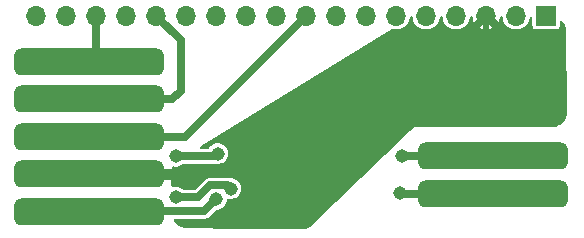
<source format=gbr>
%TF.GenerationSoftware,KiCad,Pcbnew,8.0.4-8.0.4-0~ubuntu22.04.1*%
%TF.CreationDate,2024-08-11T09:24:58-07:00*%
%TF.ProjectId,NX-ButtonInterface,4e582d42-7574-4746-9f6e-496e74657266,rev?*%
%TF.SameCoordinates,Original*%
%TF.FileFunction,Copper,L2,Bot*%
%TF.FilePolarity,Positive*%
%FSLAX46Y46*%
G04 Gerber Fmt 4.6, Leading zero omitted, Abs format (unit mm)*
G04 Created by KiCad (PCBNEW 8.0.4-8.0.4-0~ubuntu22.04.1) date 2024-08-11 09:24:58*
%MOMM*%
%LPD*%
G01*
G04 APERTURE LIST*
G04 Aperture macros list*
%AMRoundRect*
0 Rectangle with rounded corners*
0 $1 Rounding radius*
0 $2 $3 $4 $5 $6 $7 $8 $9 X,Y pos of 4 corners*
0 Add a 4 corners polygon primitive as box body*
4,1,4,$2,$3,$4,$5,$6,$7,$8,$9,$2,$3,0*
0 Add four circle primitives for the rounded corners*
1,1,$1+$1,$2,$3*
1,1,$1+$1,$4,$5*
1,1,$1+$1,$6,$7*
1,1,$1+$1,$8,$9*
0 Add four rect primitives between the rounded corners*
20,1,$1+$1,$2,$3,$4,$5,0*
20,1,$1+$1,$4,$5,$6,$7,0*
20,1,$1+$1,$6,$7,$8,$9,0*
20,1,$1+$1,$8,$9,$2,$3,0*%
G04 Aperture macros list end*
%TA.AperFunction,ComponentPad*%
%ADD10R,1.700000X1.700000*%
%TD*%
%TA.AperFunction,ComponentPad*%
%ADD11O,1.700000X1.700000*%
%TD*%
%TA.AperFunction,SMDPad,CuDef*%
%ADD12RoundRect,0.571500X5.778500X0.571500X-5.778500X0.571500X-5.778500X-0.571500X5.778500X-0.571500X0*%
%TD*%
%TA.AperFunction,SMDPad,CuDef*%
%ADD13RoundRect,0.571500X-5.778500X-0.571500X5.778500X-0.571500X5.778500X0.571500X-5.778500X0.571500X0*%
%TD*%
%TA.AperFunction,ViaPad*%
%ADD14C,1.143000*%
%TD*%
%TA.AperFunction,Conductor*%
%ADD15C,0.635000*%
%TD*%
%TA.AperFunction,Conductor*%
%ADD16C,0.889000*%
%TD*%
G04 APERTURE END LIST*
D10*
%TO.P,J1,1,Pin_1*%
%TO.N,/CAN_TX*%
X129921000Y-92964000D03*
D11*
%TO.P,J1,2,Pin_2*%
%TO.N,/CAN_RX*%
X127381000Y-92964000D03*
%TO.P,J1,3,Pin_3*%
%TO.N,/GND*%
X124841000Y-92964000D03*
%TO.P,J1,4,Pin_4*%
%TO.N,/3V3*%
X122301000Y-92964000D03*
%TO.P,J1,5,Pin_5*%
%TO.N,unconnected-(J1-Pin_5-Pad5)*%
X119761000Y-92964000D03*
%TO.P,J1,6,Pin_6*%
%TO.N,unconnected-(J1-Pin_6-Pad6)*%
X117221000Y-92964000D03*
%TO.P,J1,7,Pin_7*%
%TO.N,/NX_PC_LED-*%
X114681000Y-92964000D03*
%TO.P,J1,8,Pin_8*%
%TO.N,/NX_PC_LED+*%
X112141000Y-92964000D03*
%TO.P,J1,9,Pin_9*%
%TO.N,/UART2_RXD*%
X109601000Y-92964000D03*
%TO.P,J1,10,Pin_10*%
%TO.N,/UART2_TXD*%
X107061000Y-92964000D03*
%TO.P,J1,11,Pin_11*%
%TO.N,unconnected-(J1-Pin_11-Pad11)*%
X104521000Y-92964000D03*
%TO.P,J1,12,Pin_12*%
%TO.N,unconnected-(J1-Pin_12-Pad12)*%
X101981000Y-92964000D03*
%TO.P,J1,13,Pin_13*%
%TO.N,/SYS_RST_RCV_RTN*%
X99441000Y-92964000D03*
%TO.P,J1,14,Pin_14*%
%TO.N,/~{SYS_RESET}*%
X96901000Y-92964000D03*
%TO.P,J1,15,Pin_15*%
%TO.N,/SYS_RST_RCV_RTN*%
X94361000Y-92964000D03*
%TO.P,J1,16,Pin_16*%
%TO.N,/~{REC}*%
X91821000Y-92964000D03*
%TO.P,J1,17,Pin_17*%
%TO.N,unconnected-(J1-Pin_17-Pad17)*%
X89281000Y-92964000D03*
%TO.P,J1,18,Pin_18*%
%TO.N,unconnected-(J1-Pin_18-Pad18)*%
X86741000Y-92964000D03*
%TD*%
D12*
%TO.P,J4,1,Pin_1*%
%TO.N,/NX_PC_LED-*%
X125463100Y-104863900D03*
%TO.P,J4,2,Pin_2*%
%TO.N,/NX_PC_LED+*%
X125463100Y-108038900D03*
%TD*%
D13*
%TO.P,J2,1,Pin_1*%
%TO.N,/CAN_TX*%
X91211400Y-109575600D03*
%TO.P,J2,3,Pin_3*%
%TO.N,/GND*%
X91211400Y-106400600D03*
%TO.P,J2,5,Pin_5*%
%TO.N,/UART2_RXD*%
X91211400Y-103225600D03*
%TO.P,J2,7,Pin_7*%
%TO.N,/~{SYS_RESET}*%
X91211400Y-100050600D03*
%TO.P,J2,9,Pin_9*%
%TO.N,/~{REC}*%
X91211400Y-96875600D03*
%TD*%
D14*
%TO.N,/CAN_TX*%
X102006400Y-108508800D03*
%TO.N,/CAN_RX*%
X98552000Y-108331000D03*
X103211044Y-107607100D03*
%TO.N,/3V3*%
X102108000Y-104648000D03*
X98552000Y-104876600D03*
%TO.N,/NX_PC_LED-*%
X117678200Y-104876600D03*
%TO.N,/NX_PC_LED+*%
X117576600Y-108026202D03*
%TD*%
D15*
%TO.N,/CAN_TX*%
X100990400Y-109524800D02*
X102006400Y-108508800D01*
X91211400Y-109575600D02*
X91262200Y-109524800D01*
X91262200Y-109524800D02*
X100990400Y-109524800D01*
%TO.N,/CAN_RX*%
X102918944Y-107315000D02*
X101498400Y-107315000D01*
X103211044Y-107607100D02*
X102918944Y-107315000D01*
X101498400Y-107315000D02*
X100482400Y-108331000D01*
X100482400Y-108331000D02*
X98552000Y-108331000D01*
%TO.N,/GND*%
X99212400Y-106400600D02*
X99237800Y-106375200D01*
X124841000Y-92964000D02*
X123444000Y-94361000D01*
X124841000Y-92964000D02*
X125984000Y-94107000D01*
D16*
X91211400Y-106400600D02*
X99212400Y-106400600D01*
D15*
%TO.N,/3V3*%
X98552000Y-104876600D02*
X101879400Y-104876600D01*
X101879400Y-104876600D02*
X102108000Y-104648000D01*
%TO.N,/NX_PC_LED-*%
X118275104Y-104863900D02*
X117690900Y-104863900D01*
X117690900Y-104863900D02*
X117678200Y-104876600D01*
X125488500Y-104863900D02*
X118275104Y-104863900D01*
%TO.N,/NX_PC_LED+*%
X125488500Y-108038900D02*
X117589298Y-108038900D01*
X117589298Y-108038900D02*
X117576600Y-108026202D01*
%TO.N,/UART2_RXD*%
X91211400Y-103225600D02*
X99339400Y-103225600D01*
X99339400Y-103225600D02*
X109601000Y-92964000D01*
%TO.N,/~{SYS_RESET}*%
X98272600Y-100050600D02*
X91211400Y-100050600D01*
X99009200Y-95072200D02*
X99009200Y-99314000D01*
X96901000Y-92964000D02*
X99009200Y-95072200D01*
X99009200Y-99314000D02*
X98272600Y-100050600D01*
%TO.N,/~{REC}*%
X91821000Y-92964000D02*
X91821000Y-96266000D01*
X91821000Y-96266000D02*
X91211400Y-96875600D01*
%TD*%
%TA.AperFunction,Conductor*%
%TO.N,/GND*%
G36*
X126200250Y-93034973D02*
G01*
X126232441Y-93096986D01*
X126234219Y-93109353D01*
X126240505Y-93177194D01*
X126299099Y-93383127D01*
X126299104Y-93383140D01*
X126394536Y-93574792D01*
X126523567Y-93745657D01*
X126681793Y-93889898D01*
X126681795Y-93889900D01*
X126863829Y-94002610D01*
X126863830Y-94002610D01*
X126863833Y-94002612D01*
X127063483Y-94079957D01*
X127273946Y-94119300D01*
X127273948Y-94119300D01*
X127488052Y-94119300D01*
X127488054Y-94119300D01*
X127698517Y-94079957D01*
X127898167Y-94002612D01*
X128080206Y-93889899D01*
X128238434Y-93745655D01*
X128367464Y-93574792D01*
X128462900Y-93383130D01*
X128521494Y-93177195D01*
X128521494Y-93177193D01*
X128522435Y-93173887D01*
X128559714Y-93114794D01*
X128623024Y-93085237D01*
X128692264Y-93094599D01*
X128745450Y-93139909D01*
X128765697Y-93206781D01*
X128765701Y-93207822D01*
X128765701Y-93859571D01*
X128765702Y-93859594D01*
X128768661Y-93885106D01*
X128768662Y-93885109D01*
X128814765Y-93989524D01*
X128814766Y-93989525D01*
X128895475Y-94070234D01*
X128999891Y-94116338D01*
X129025421Y-94119300D01*
X130816578Y-94119299D01*
X130842109Y-94116338D01*
X130946525Y-94070234D01*
X131027234Y-93989525D01*
X131073338Y-93885109D01*
X131076300Y-93859579D01*
X131076299Y-93504293D01*
X131095983Y-93437257D01*
X131148787Y-93391502D01*
X131217946Y-93381558D01*
X131281501Y-93410583D01*
X131301288Y-93432343D01*
X131406802Y-93580436D01*
X131417683Y-93598899D01*
X131503086Y-93777513D01*
X131510625Y-93797573D01*
X131564001Y-93988227D01*
X131567973Y-94009287D01*
X131588259Y-94211629D01*
X131588867Y-94222337D01*
X131681640Y-101143181D01*
X131681305Y-101154099D01*
X131665845Y-101360631D01*
X131662307Y-101382168D01*
X131612237Y-101577481D01*
X131604977Y-101598064D01*
X131521439Y-101781569D01*
X131510683Y-101800560D01*
X131396265Y-101966576D01*
X131382346Y-101983387D01*
X131240598Y-102126766D01*
X131223947Y-102140877D01*
X131059243Y-102257191D01*
X131040377Y-102268163D01*
X130857843Y-102353793D01*
X130837344Y-102361288D01*
X130642617Y-102413589D01*
X130621122Y-102417373D01*
X130414783Y-102435195D01*
X130403869Y-102435655D01*
X119281967Y-102413804D01*
X119281957Y-102413804D01*
X118770400Y-102412800D01*
X118400978Y-102766655D01*
X118400968Y-102766664D01*
X118400957Y-102766674D01*
X110107831Y-110710372D01*
X110098742Y-110718270D01*
X109919365Y-110859432D01*
X109899108Y-110872404D01*
X109701259Y-110973514D01*
X109678883Y-110982330D01*
X109642457Y-110992733D01*
X109608405Y-110997500D01*
X103950736Y-110997500D01*
X103949240Y-110997490D01*
X99481984Y-110938190D01*
X99471428Y-110937598D01*
X99386881Y-110929223D01*
X99271494Y-110917792D01*
X99250681Y-110913914D01*
X99062165Y-110861804D01*
X99042315Y-110854442D01*
X98865415Y-110771025D01*
X98847107Y-110760394D01*
X98767039Y-110704246D01*
X98686968Y-110648096D01*
X98670743Y-110634511D01*
X98532040Y-110496606D01*
X98518358Y-110480454D01*
X98421049Y-110343380D01*
X98398293Y-110277320D01*
X98414864Y-110209443D01*
X98465502Y-110161302D01*
X98522161Y-110147600D01*
X101051742Y-110147600D01*
X101051743Y-110147599D01*
X101172064Y-110123666D01*
X101285406Y-110076718D01*
X101387412Y-110008560D01*
X101974053Y-109421919D01*
X102035376Y-109388434D01*
X102061734Y-109385600D01*
X102098554Y-109385600D01*
X102098555Y-109385600D01*
X102278839Y-109347280D01*
X102278841Y-109347278D01*
X102278844Y-109347278D01*
X102301625Y-109337134D01*
X102447215Y-109272314D01*
X102596326Y-109163979D01*
X102719654Y-109027009D01*
X102811809Y-108867391D01*
X102868764Y-108692101D01*
X102881239Y-108573404D01*
X102907824Y-108508792D01*
X102965121Y-108468807D01*
X103030337Y-108465078D01*
X103118889Y-108483900D01*
X103118890Y-108483900D01*
X103303198Y-108483900D01*
X103303199Y-108483900D01*
X103483483Y-108445580D01*
X103483485Y-108445578D01*
X103483488Y-108445578D01*
X103506269Y-108435434D01*
X103651859Y-108370614D01*
X103800970Y-108262279D01*
X103802151Y-108260968D01*
X103827690Y-108232602D01*
X103924298Y-108125309D01*
X104016453Y-107965691D01*
X104073408Y-107790401D01*
X104092674Y-107607100D01*
X104073408Y-107423799D01*
X104016453Y-107248509D01*
X103924298Y-107088891D01*
X103875994Y-107035244D01*
X103800975Y-106951925D01*
X103800968Y-106951919D01*
X103651863Y-106843588D01*
X103651860Y-106843586D01*
X103651859Y-106843586D01*
X103607006Y-106823616D01*
X103483488Y-106768621D01*
X103483482Y-106768619D01*
X103341518Y-106738444D01*
X103303199Y-106730300D01*
X103303198Y-106730300D01*
X103159472Y-106730300D01*
X103112021Y-106720861D01*
X103100608Y-106716134D01*
X103100604Y-106716133D01*
X103100600Y-106716132D01*
X102980287Y-106692200D01*
X102980284Y-106692200D01*
X101559740Y-106692200D01*
X101437060Y-106692200D01*
X101437057Y-106692200D01*
X101316743Y-106716132D01*
X101316735Y-106716134D01*
X101203396Y-106763080D01*
X101203387Y-106763085D01*
X101101388Y-106831239D01*
X101101384Y-106831242D01*
X100260747Y-107671881D01*
X100199424Y-107705366D01*
X100173066Y-107708200D01*
X99225485Y-107708200D01*
X99158446Y-107688515D01*
X99142509Y-107676346D01*
X99141929Y-107675825D01*
X99141926Y-107675821D01*
X99092222Y-107639709D01*
X98992819Y-107567488D01*
X98992816Y-107567486D01*
X98992815Y-107567486D01*
X98947962Y-107547516D01*
X98824444Y-107492521D01*
X98824438Y-107492519D01*
X98682474Y-107462344D01*
X98644155Y-107454200D01*
X98459845Y-107454200D01*
X98355989Y-107476274D01*
X98329171Y-107481975D01*
X98259504Y-107476658D01*
X98203770Y-107434520D01*
X98179666Y-107368940D01*
X98179415Y-107363096D01*
X98159533Y-106319276D01*
X98159794Y-106308551D01*
X98173525Y-106105530D01*
X98176814Y-106084345D01*
X98224042Y-105891928D01*
X98230928Y-105871642D01*
X98257388Y-105811399D01*
X98302365Y-105757939D01*
X98369111Y-105737280D01*
X98396689Y-105739976D01*
X98459845Y-105753400D01*
X98459846Y-105753400D01*
X98644154Y-105753400D01*
X98644155Y-105753400D01*
X98824439Y-105715080D01*
X98824441Y-105715078D01*
X98824444Y-105715078D01*
X98847225Y-105704934D01*
X98992815Y-105640114D01*
X99141926Y-105531779D01*
X99141934Y-105531769D01*
X99142509Y-105531254D01*
X99142920Y-105531056D01*
X99147184Y-105527959D01*
X99147750Y-105528738D01*
X99205499Y-105501021D01*
X99225485Y-105499400D01*
X101818060Y-105499400D01*
X101883315Y-105499400D01*
X101909095Y-105502109D01*
X102015845Y-105524800D01*
X102015846Y-105524800D01*
X102200154Y-105524800D01*
X102200155Y-105524800D01*
X102380439Y-105486480D01*
X102380441Y-105486478D01*
X102380444Y-105486478D01*
X102403225Y-105476334D01*
X102548815Y-105411514D01*
X102697926Y-105303179D01*
X102821254Y-105166209D01*
X102913409Y-105006591D01*
X102970364Y-104831301D01*
X102989630Y-104648000D01*
X102970364Y-104464699D01*
X102913409Y-104289409D01*
X102821254Y-104129791D01*
X102748147Y-104048597D01*
X102697931Y-103992825D01*
X102697924Y-103992819D01*
X102548819Y-103884488D01*
X102548816Y-103884486D01*
X102548815Y-103884486D01*
X102503962Y-103864516D01*
X102380444Y-103809521D01*
X102380438Y-103809519D01*
X102229879Y-103777518D01*
X102200155Y-103771200D01*
X102015845Y-103771200D01*
X101986121Y-103777518D01*
X101835561Y-103809519D01*
X101835555Y-103809521D01*
X101667185Y-103884486D01*
X101667180Y-103884488D01*
X101518075Y-103992819D01*
X101518068Y-103992825D01*
X101394749Y-104129785D01*
X101394744Y-104129792D01*
X101358945Y-104191800D01*
X101308378Y-104240015D01*
X101251558Y-104253800D01*
X100755678Y-104253800D01*
X100688639Y-104234115D01*
X100642884Y-104181311D01*
X100632940Y-104112153D01*
X100661965Y-104048597D01*
X100690768Y-104024146D01*
X116842447Y-94101173D01*
X116909869Y-94082854D01*
X116930126Y-94084937D01*
X117113946Y-94119300D01*
X117113949Y-94119300D01*
X117328052Y-94119300D01*
X117328054Y-94119300D01*
X117538517Y-94079957D01*
X117738167Y-94002612D01*
X117920206Y-93889899D01*
X118078434Y-93745655D01*
X118207464Y-93574792D01*
X118302900Y-93383130D01*
X118361494Y-93177195D01*
X118367529Y-93112064D01*
X118393315Y-93047128D01*
X118450115Y-93006440D01*
X118519896Y-93002920D01*
X118580503Y-93037685D01*
X118612693Y-93099698D01*
X118614471Y-93112065D01*
X118620505Y-93177194D01*
X118679099Y-93383127D01*
X118679104Y-93383140D01*
X118774536Y-93574792D01*
X118903567Y-93745657D01*
X119061793Y-93889898D01*
X119061795Y-93889900D01*
X119243829Y-94002610D01*
X119243830Y-94002610D01*
X119243833Y-94002612D01*
X119443483Y-94079957D01*
X119653946Y-94119300D01*
X119653948Y-94119300D01*
X119868052Y-94119300D01*
X119868054Y-94119300D01*
X120078517Y-94079957D01*
X120278167Y-94002612D01*
X120460206Y-93889899D01*
X120618434Y-93745655D01*
X120747464Y-93574792D01*
X120842900Y-93383130D01*
X120901494Y-93177195D01*
X120907529Y-93112064D01*
X120933315Y-93047128D01*
X120990115Y-93006440D01*
X121059896Y-93002920D01*
X121120503Y-93037685D01*
X121152693Y-93099698D01*
X121154471Y-93112065D01*
X121160505Y-93177194D01*
X121219099Y-93383127D01*
X121219104Y-93383140D01*
X121314536Y-93574792D01*
X121443567Y-93745657D01*
X121601793Y-93889898D01*
X121601795Y-93889900D01*
X121783829Y-94002610D01*
X121783830Y-94002610D01*
X121783833Y-94002612D01*
X121983483Y-94079957D01*
X122193946Y-94119300D01*
X122193948Y-94119300D01*
X122408052Y-94119300D01*
X122408054Y-94119300D01*
X122618517Y-94079957D01*
X122818167Y-94002612D01*
X123000206Y-93889899D01*
X123158434Y-93745655D01*
X123287464Y-93574792D01*
X123382900Y-93383130D01*
X123441494Y-93177195D01*
X123447780Y-93109353D01*
X123473566Y-93044417D01*
X123530366Y-93003729D01*
X123600147Y-93000209D01*
X123660754Y-93034974D01*
X123692944Y-93096986D01*
X123694722Y-93109354D01*
X123700999Y-93177098D01*
X123759569Y-93382952D01*
X123854963Y-93574528D01*
X123983938Y-93745319D01*
X124142094Y-93889496D01*
X124324058Y-94002163D01*
X124523616Y-94079472D01*
X124591000Y-94092068D01*
X124591000Y-93397012D01*
X124648007Y-93429925D01*
X124775174Y-93464000D01*
X124906826Y-93464000D01*
X125033993Y-93429925D01*
X125091000Y-93397012D01*
X125091000Y-94092068D01*
X125158383Y-94079472D01*
X125357941Y-94002163D01*
X125357942Y-94002163D01*
X125539905Y-93889496D01*
X125698061Y-93745319D01*
X125827036Y-93574528D01*
X125922430Y-93382952D01*
X125981000Y-93177098D01*
X125987277Y-93109355D01*
X126013062Y-93044418D01*
X126069862Y-93003729D01*
X126139643Y-93000209D01*
X126200250Y-93034973D01*
G37*
%TD.AperFunction*%
%TD*%
M02*

</source>
